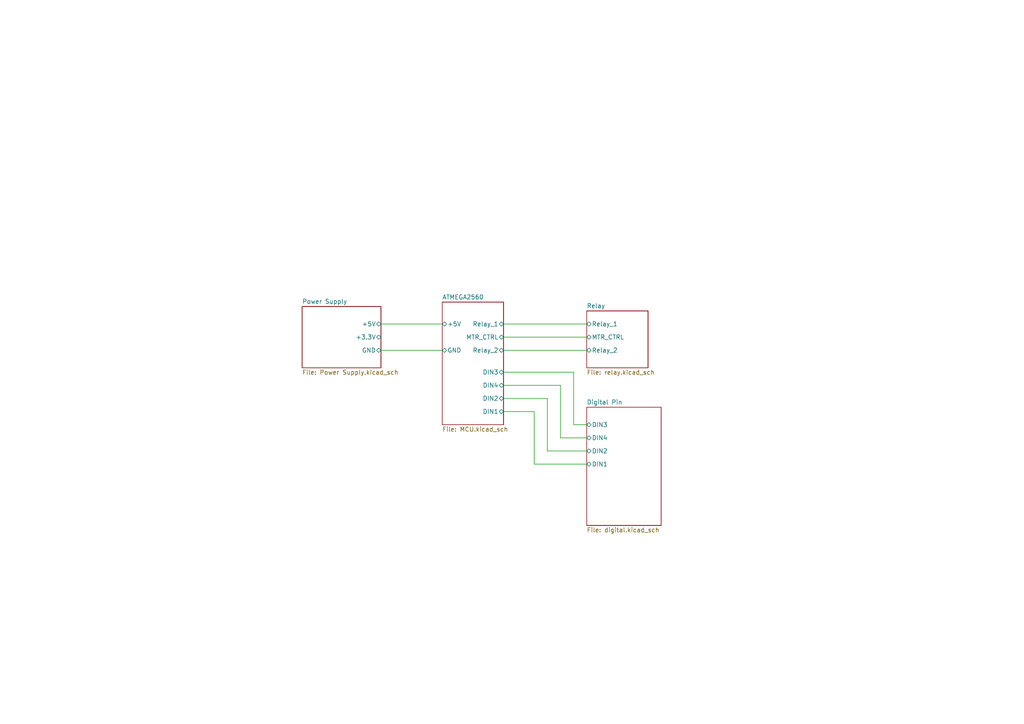
<source format=kicad_sch>
(kicad_sch (version 20230121) (generator eeschema)

  (uuid 9962467c-5981-4f6d-a8e0-b5534b13e1af)

  (paper "A4")

  (lib_symbols
  )


  (wire (pts (xy 154.94 134.62) (xy 170.18 134.62))
    (stroke (width 0) (type default))
    (uuid 093fa4d7-5407-4a30-bb42-bc250641d7b6)
  )
  (wire (pts (xy 146.05 111.76) (xy 162.56 111.76))
    (stroke (width 0) (type default))
    (uuid 11b0a375-5fe8-44b1-9374-bc3018d62380)
  )
  (wire (pts (xy 146.05 101.6) (xy 170.18 101.6))
    (stroke (width 0) (type default))
    (uuid 27126a62-3330-49f6-9cc5-c6d6eefd106b)
  )
  (wire (pts (xy 110.49 101.6) (xy 128.27 101.6))
    (stroke (width 0) (type default))
    (uuid 2817dc3e-10e2-4cd5-b823-21ef4314141a)
  )
  (wire (pts (xy 146.05 119.38) (xy 154.94 119.38))
    (stroke (width 0) (type default))
    (uuid 2c2d60b4-0456-4f2f-b2df-cb77ee60cf5b)
  )
  (wire (pts (xy 146.05 107.95) (xy 166.37 107.95))
    (stroke (width 0) (type default))
    (uuid 3e44655d-b6e8-49f5-8f36-4f2aafe6cae0)
  )
  (wire (pts (xy 146.05 93.98) (xy 170.18 93.98))
    (stroke (width 0) (type default))
    (uuid 86802e47-33c9-462b-bc25-983965a044f9)
  )
  (wire (pts (xy 158.75 130.81) (xy 170.18 130.81))
    (stroke (width 0) (type default))
    (uuid 89045b63-3c80-4cfd-a163-d1975b641a66)
  )
  (wire (pts (xy 110.49 93.98) (xy 128.27 93.98))
    (stroke (width 0) (type default))
    (uuid 912b888e-5072-4eca-a651-5be10008fa47)
  )
  (wire (pts (xy 154.94 119.38) (xy 154.94 134.62))
    (stroke (width 0) (type default))
    (uuid 94657c88-4af6-48e6-9c7f-fd4afd183c41)
  )
  (wire (pts (xy 166.37 107.95) (xy 166.37 123.19))
    (stroke (width 0) (type default))
    (uuid 99970744-2866-4db7-95cd-2e68844de8b3)
  )
  (wire (pts (xy 166.37 123.19) (xy 170.18 123.19))
    (stroke (width 0) (type default))
    (uuid 9a395741-482a-4783-b9d6-fa1e2686a588)
  )
  (wire (pts (xy 162.56 127) (xy 170.18 127))
    (stroke (width 0) (type default))
    (uuid 9ebee3eb-ee8f-4d02-8fbb-684b79979faf)
  )
  (wire (pts (xy 146.05 97.79) (xy 170.18 97.79))
    (stroke (width 0) (type default))
    (uuid afeb77bb-c1d0-4dd7-8598-c938298774bc)
  )
  (wire (pts (xy 158.75 115.57) (xy 158.75 130.81))
    (stroke (width 0) (type default))
    (uuid b75b1bc9-c804-407a-becc-cc39310649b2)
  )
  (wire (pts (xy 146.05 115.57) (xy 158.75 115.57))
    (stroke (width 0) (type default))
    (uuid bdc78cb6-6c3b-4ca6-9d70-d7b9e7fa5fad)
  )
  (wire (pts (xy 162.56 111.76) (xy 162.56 127))
    (stroke (width 0) (type default))
    (uuid e67ef2c6-145c-4bc1-8436-2e61b8d56a63)
  )

  (sheet (at 170.18 90.17) (size 17.78 16.51) (fields_autoplaced)
    (stroke (width 0.1524) (type solid))
    (fill (color 0 0 0 0.0000))
    (uuid 1748a4a9-cae4-49be-94cd-918e7d682196)
    (property "Sheetname" "Relay" (at 170.18 89.4584 0)
      (effects (font (size 1.27 1.27)) (justify left bottom))
    )
    (property "Sheetfile" "relay.kicad_sch" (at 170.18 107.2646 0)
      (effects (font (size 1.27 1.27)) (justify left top))
    )
    (pin "Relay_1" bidirectional (at 170.18 93.98 180)
      (effects (font (size 1.27 1.27)) (justify left))
      (uuid 97d3e8b0-c09c-4f9d-8534-02ccf8879475)
    )
    (pin "Relay_2" bidirectional (at 170.18 101.6 180)
      (effects (font (size 1.27 1.27)) (justify left))
      (uuid 955c8a18-ecdd-4941-a893-26c3093db701)
    )
    (pin "MTR_CTRL" bidirectional (at 170.18 97.79 180)
      (effects (font (size 1.27 1.27)) (justify left))
      (uuid 11007887-ce1c-4e1b-a44a-023e8c54675d)
    )
    (instances
      (project "Datalogger"
        (path "/9962467c-5981-4f6d-a8e0-b5534b13e1af" (page "4"))
      )
    )
  )

  (sheet (at 87.63 88.9) (size 22.86 17.78) (fields_autoplaced)
    (stroke (width 0.1524) (type solid))
    (fill (color 0 0 0 0.0000))
    (uuid 1c63b030-1338-4c8f-b90e-7cfa0706ad96)
    (property "Sheetname" "Power Supply" (at 87.63 88.1884 0)
      (effects (font (size 1.27 1.27)) (justify left bottom))
    )
    (property "Sheetfile" "Power Supply.kicad_sch" (at 87.63 107.2646 0)
      (effects (font (size 1.27 1.27)) (justify left top))
    )
    (pin "+3.3V" bidirectional (at 110.49 97.79 0)
      (effects (font (size 1.27 1.27)) (justify right))
      (uuid d0d86774-f961-47f2-9c35-f9698ca38520)
    )
    (pin "GND" bidirectional (at 110.49 101.6 0)
      (effects (font (size 1.27 1.27)) (justify right))
      (uuid ab348d32-b868-4b11-8e8a-3dc86d49dba4)
    )
    (pin "+5V" bidirectional (at 110.49 93.98 0)
      (effects (font (size 1.27 1.27)) (justify right))
      (uuid 744deb2e-6bda-4950-a45f-af3a8bf9ead7)
    )
    (instances
      (project "Datalogger"
        (path "/9962467c-5981-4f6d-a8e0-b5534b13e1af" (page "2"))
      )
    )
  )

  (sheet (at 170.18 118.11) (size 21.59 34.29) (fields_autoplaced)
    (stroke (width 0.1524) (type solid))
    (fill (color 0 0 0 0.0000))
    (uuid bec5d8ac-9217-401d-91a9-edf319adff28)
    (property "Sheetname" "Digital Pin" (at 170.18 117.3984 0)
      (effects (font (size 1.27 1.27)) (justify left bottom))
    )
    (property "Sheetfile" "digital.kicad_sch" (at 170.18 152.9846 0)
      (effects (font (size 1.27 1.27)) (justify left top))
    )
    (property "Field2" "" (at 170.18 118.11 0)
      (effects (font (size 1.27 1.27)) hide)
    )
    (pin "DIN3" bidirectional (at 170.18 123.19 180)
      (effects (font (size 1.27 1.27)) (justify left))
      (uuid 3b8e05c2-240e-48f9-855b-add4c952d4b0)
    )
    (pin "DIN4" bidirectional (at 170.18 127 180)
      (effects (font (size 1.27 1.27)) (justify left))
      (uuid 4edd9cde-2f8b-4c70-b5fa-891061c28c00)
    )
    (pin "DIN2" bidirectional (at 170.18 130.81 180)
      (effects (font (size 1.27 1.27)) (justify left))
      (uuid 754fedab-ef8e-4027-95e5-51e57c708d30)
    )
    (pin "DIN1" bidirectional (at 170.18 134.62 180)
      (effects (font (size 1.27 1.27)) (justify left))
      (uuid b41f3977-777a-4198-b9e2-d7d1cb6ea28f)
    )
    (instances
      (project "Datalogger"
        (path "/9962467c-5981-4f6d-a8e0-b5534b13e1af" (page "5"))
      )
    )
  )

  (sheet (at 128.27 87.63) (size 17.78 35.56) (fields_autoplaced)
    (stroke (width 0.1524) (type solid))
    (fill (color 0 0 0 0.0000))
    (uuid ee878566-5439-457f-ab48-c4229bf066b8)
    (property "Sheetname" "ATMEGA2560" (at 128.27 86.9184 0)
      (effects (font (size 1.27 1.27)) (justify left bottom))
    )
    (property "Sheetfile" "MCU.kicad_sch" (at 128.27 123.7746 0)
      (effects (font (size 1.27 1.27)) (justify left top))
    )
    (pin "GND" bidirectional (at 128.27 101.6 180)
      (effects (font (size 1.27 1.27)) (justify left))
      (uuid 3acf1c6b-35b8-4a34-9baa-46e7372324f0)
    )
    (pin "+5V" bidirectional (at 128.27 93.98 180)
      (effects (font (size 1.27 1.27)) (justify left))
      (uuid 037151eb-4ad8-49b9-a9f9-18178ed523f0)
    )
    (pin "Relay_1" bidirectional (at 146.05 93.98 0)
      (effects (font (size 1.27 1.27)) (justify right))
      (uuid 16d4948c-8199-4351-a1c3-123ac075fc58)
    )
    (pin "Relay_2" bidirectional (at 146.05 101.6 0)
      (effects (font (size 1.27 1.27)) (justify right))
      (uuid 14a28e64-722b-4155-86d4-6856851f686a)
    )
    (pin "MTR_CTRL" bidirectional (at 146.05 97.79 0)
      (effects (font (size 1.27 1.27)) (justify right))
      (uuid ce917434-2780-46f1-a180-11f5ce2bbbe0)
    )
    (pin "DIN2" bidirectional (at 146.05 115.57 0)
      (effects (font (size 1.27 1.27)) (justify right))
      (uuid f051b822-c460-4edf-948d-1bc9a7c75da8)
    )
    (pin "DIN4" bidirectional (at 146.05 111.76 0)
      (effects (font (size 1.27 1.27)) (justify right))
      (uuid 7738cd6d-57b0-42d2-b7f6-28e49bd86363)
    )
    (pin "DIN3" bidirectional (at 146.05 107.95 0)
      (effects (font (size 1.27 1.27)) (justify right))
      (uuid 293b3ed0-fc93-4f16-b83d-b6ea061bc90a)
    )
    (pin "DIN1" bidirectional (at 146.05 119.38 0)
      (effects (font (size 1.27 1.27)) (justify right))
      (uuid 2b0cea1b-7781-4f4d-b91b-86afe4c5e0f2)
    )
    (instances
      (project "Datalogger"
        (path "/9962467c-5981-4f6d-a8e0-b5534b13e1af" (page "3"))
      )
    )
  )

  (sheet_instances
    (path "/" (page "1"))
  )
)

</source>
